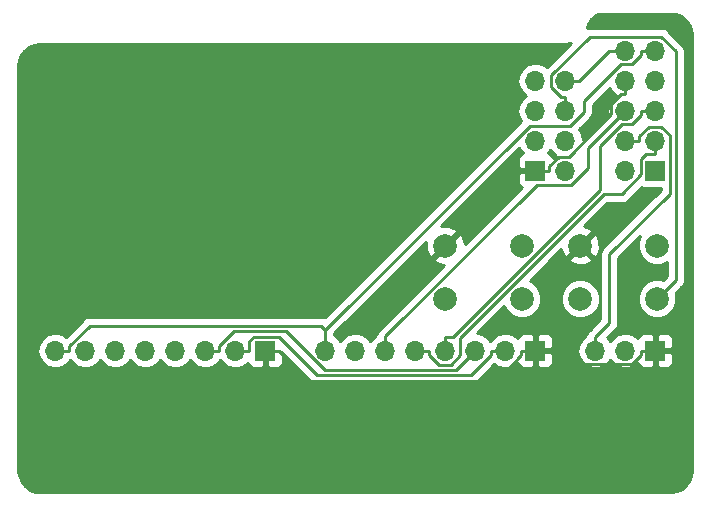
<source format=gbr>
G04 #@! TF.GenerationSoftware,KiCad,Pcbnew,5.0.2+dfsg1-1*
G04 #@! TF.CreationDate,2020-10-09T16:27:47-03:00*
G04 #@! TF.ProjectId,esp3d_anet,65737033-645f-4616-9e65-742e6b696361,rev?*
G04 #@! TF.SameCoordinates,Original*
G04 #@! TF.FileFunction,Copper,L1,Top*
G04 #@! TF.FilePolarity,Positive*
%FSLAX46Y46*%
G04 Gerber Fmt 4.6, Leading zero omitted, Abs format (unit mm)*
G04 Created by KiCad (PCBNEW 5.0.2+dfsg1-1) date vie 09 oct 2020 16:27:47 -03*
%MOMM*%
%LPD*%
G01*
G04 APERTURE LIST*
G04 #@! TA.AperFunction,ComponentPad*
%ADD10R,1.700000X1.700000*%
G04 #@! TD*
G04 #@! TA.AperFunction,ComponentPad*
%ADD11O,1.700000X1.700000*%
G04 #@! TD*
G04 #@! TA.AperFunction,ComponentPad*
%ADD12C,2.000000*%
G04 #@! TD*
G04 #@! TA.AperFunction,Conductor*
%ADD13C,0.250000*%
G04 #@! TD*
G04 #@! TA.AperFunction,Conductor*
%ADD14C,0.254000*%
G04 #@! TD*
G04 APERTURE END LIST*
D10*
G04 #@! TO.P,ESP-01,1*
G04 #@! TO.N,GND*
X80010000Y-58420000D03*
D11*
G04 #@! TO.P,ESP-01,2*
G04 #@! TO.N,ESP_TX*
X82550000Y-58420000D03*
G04 #@! TO.P,ESP-01,3*
G04 #@! TO.N,LED_OUT*
X80010000Y-55880000D03*
G04 #@! TO.P,ESP-01,4*
G04 #@! TO.N,3V3*
X82550000Y-55880000D03*
G04 #@! TO.P,ESP-01,5*
G04 #@! TO.N,BOOT_MODE*
X80010000Y-53340000D03*
G04 #@! TO.P,ESP-01,6*
G04 #@! TO.N,RESET*
X82550000Y-53340000D03*
G04 #@! TO.P,ESP-01,7*
G04 #@! TO.N,ESP_RX*
X80010000Y-50800000D03*
G04 #@! TO.P,ESP-01,8*
G04 #@! TO.N,3V3*
X82550000Y-50800000D03*
G04 #@! TD*
D10*
G04 #@! TO.P,3D PRINTER,1*
G04 #@! TO.N,ESP_TX*
X90170000Y-58420000D03*
D11*
G04 #@! TO.P,3D PRINTER,2*
G04 #@! TO.N,ESP_RX*
X87630000Y-58420000D03*
G04 #@! TO.P,3D PRINTER,3*
G04 #@! TO.N,3D_MISO*
X90170000Y-55880000D03*
G04 #@! TO.P,3D PRINTER,4*
G04 #@! TO.N,5V*
X87630000Y-55880000D03*
G04 #@! TO.P,3D PRINTER,5*
G04 #@! TO.N,3D_SCK*
X90170000Y-53340000D03*
G04 #@! TO.P,3D PRINTER,6*
G04 #@! TO.N,3D_MOSI*
X87630000Y-53340000D03*
G04 #@! TO.P,3D PRINTER,7*
G04 #@! TO.N,3D_RESET*
X90170000Y-50800000D03*
G04 #@! TO.P,3D PRINTER,8*
G04 #@! TO.N,GND*
X87630000Y-50800000D03*
G04 #@! TO.P,3D PRINTER,9*
G04 #@! TO.N,3D_FAN*
X90170000Y-48260000D03*
G04 #@! TO.P,3D PRINTER,10*
G04 #@! TO.N,3V3*
X87630000Y-48260000D03*
G04 #@! TD*
D10*
G04 #@! TO.P,LED STRIP,1*
G04 #@! TO.N,GND*
X90170000Y-73660000D03*
D11*
G04 #@! TO.P,LED STRIP,2*
G04 #@! TO.N,LED_OUT*
X87630000Y-73660000D03*
G04 #@! TO.P,LED STRIP,3*
G04 #@! TO.N,5V*
X85090000Y-73660000D03*
G04 #@! TD*
D10*
G04 #@! TO.P,1 - FAN & SPI,1*
G04 #@! TO.N,GND*
X57150000Y-73660000D03*
D11*
G04 #@! TO.P,1 - FAN & SPI,2*
G04 #@! TO.N,3V3*
X54610000Y-73660000D03*
G04 #@! TO.P,1 - FAN & SPI,3*
G04 #@! TO.N,5V*
X52070000Y-73660000D03*
G04 #@! TO.P,1 - FAN & SPI,4*
G04 #@! TO.N,3D_SCK*
X49530000Y-73660000D03*
G04 #@! TO.P,1 - FAN & SPI,5*
G04 #@! TO.N,3D_MISO*
X46990000Y-73660000D03*
G04 #@! TO.P,1 - FAN & SPI,6*
G04 #@! TO.N,3D_MOSI*
X44450000Y-73660000D03*
G04 #@! TO.P,1 - FAN & SPI,7*
G04 #@! TO.N,3D_RESET*
X41910000Y-73660000D03*
G04 #@! TO.P,1 - FAN & SPI,8*
G04 #@! TO.N,3D_FAN*
X39370000Y-73660000D03*
G04 #@! TD*
G04 #@! TO.P,2 - FAN & SPI,8*
G04 #@! TO.N,3D_FAN*
X62230000Y-73660000D03*
G04 #@! TO.P,2 - FAN & SPI,7*
G04 #@! TO.N,3D_RESET*
X64770000Y-73660000D03*
G04 #@! TO.P,2 - FAN & SPI,6*
G04 #@! TO.N,3D_MOSI*
X67310000Y-73660000D03*
G04 #@! TO.P,2 - FAN & SPI,5*
G04 #@! TO.N,3D_MISO*
X69850000Y-73660000D03*
G04 #@! TO.P,2 - FAN & SPI,4*
G04 #@! TO.N,3D_SCK*
X72390000Y-73660000D03*
G04 #@! TO.P,2 - FAN & SPI,3*
G04 #@! TO.N,5V*
X74930000Y-73660000D03*
G04 #@! TO.P,2 - FAN & SPI,2*
G04 #@! TO.N,3V3*
X77470000Y-73660000D03*
D10*
G04 #@! TO.P,2 - FAN & SPI,1*
G04 #@! TO.N,GND*
X80010000Y-73660000D03*
G04 #@! TD*
D12*
G04 #@! TO.P,UPLOAD MODE,3*
G04 #@! TO.N,N/C*
X78890000Y-64770000D03*
G04 #@! TO.P,UPLOAD MODE,2*
G04 #@! TO.N,BOOT_MODE*
X78890000Y-69270000D03*
G04 #@! TO.P,UPLOAD MODE,1*
G04 #@! TO.N,GND*
X72390000Y-64770000D03*
G04 #@! TO.P,UPLOAD MODE,4*
G04 #@! TO.N,N/C*
X72390000Y-69270000D03*
G04 #@! TD*
G04 #@! TO.P,RESET,4*
G04 #@! TO.N,N/C*
X83820000Y-69270000D03*
G04 #@! TO.P,RESET,1*
G04 #@! TO.N,GND*
X83820000Y-64770000D03*
G04 #@! TO.P,RESET,2*
G04 #@! TO.N,RESET*
X90320000Y-69270000D03*
G04 #@! TO.P,RESET,3*
G04 #@! TO.N,N/C*
X90320000Y-64770000D03*
G04 #@! TD*
D13*
G04 #@! TO.N,GND*
X58325300Y-73660000D02*
X60873300Y-76208000D01*
X60873300Y-76208000D02*
X76654000Y-76208000D01*
X76654000Y-76208000D02*
X78834700Y-74027300D01*
X78834700Y-74027300D02*
X78834700Y-73660000D01*
X80010000Y-58420000D02*
X81185300Y-58420000D01*
X81185300Y-58420000D02*
X81185300Y-58052600D01*
X81185300Y-58052600D02*
X81993200Y-57244700D01*
X81993200Y-57244700D02*
X82848000Y-57244700D01*
X82848000Y-57244700D02*
X86454700Y-53638000D01*
X86454700Y-53638000D02*
X86454700Y-52783200D01*
X86454700Y-52783200D02*
X87262600Y-51975300D01*
X87262600Y-51975300D02*
X87630000Y-51975300D01*
X80010000Y-58420000D02*
X78740000Y-58420000D01*
X78740000Y-58420000D02*
X72390000Y-64770000D01*
X87630000Y-50800000D02*
X87630000Y-51975300D01*
X80010000Y-73660000D02*
X78834700Y-73660000D01*
X57150000Y-73660000D02*
X58325300Y-73660000D01*
X90170000Y-73660000D02*
X88994700Y-73660000D01*
X80010000Y-73660000D02*
X81185300Y-73660000D01*
X81185300Y-73660000D02*
X82360600Y-74835300D01*
X82360600Y-74835300D02*
X88186800Y-74835300D01*
X88186800Y-74835300D02*
X88994700Y-74027400D01*
X88994700Y-74027400D02*
X88994700Y-73660000D01*
G04 #@! TO.N,3V3*
X55785300Y-73660000D02*
X55785300Y-72852000D01*
X55785300Y-72852000D02*
X56152700Y-72484600D01*
X56152700Y-72484600D02*
X58264700Y-72484600D01*
X58264700Y-72484600D02*
X61537800Y-75757700D01*
X61537800Y-75757700D02*
X74551200Y-75757700D01*
X74551200Y-75757700D02*
X76294700Y-74014200D01*
X76294700Y-74014200D02*
X76294700Y-73660000D01*
X82550000Y-50800000D02*
X83725300Y-50800000D01*
X83725300Y-50800000D02*
X86265300Y-48260000D01*
X86265300Y-48260000D02*
X87630000Y-48260000D01*
X54610000Y-73660000D02*
X55785300Y-73660000D01*
X77470000Y-73660000D02*
X76294700Y-73660000D01*
G04 #@! TO.N,RESET*
X82550000Y-53340000D02*
X82550000Y-52164700D01*
X90320000Y-69270000D02*
X91893300Y-67696700D01*
X91893300Y-67696700D02*
X91893300Y-48311100D01*
X91893300Y-48311100D02*
X90658100Y-47075900D01*
X90658100Y-47075900D02*
X84611800Y-47075900D01*
X84611800Y-47075900D02*
X81374700Y-50313000D01*
X81374700Y-50313000D02*
X81374700Y-51356800D01*
X81374700Y-51356800D02*
X82182600Y-52164700D01*
X82182600Y-52164700D02*
X82550000Y-52164700D01*
G04 #@! TO.N,3D_MISO*
X90170000Y-55880000D02*
X90170000Y-57055300D01*
X69850000Y-73660000D02*
X71025300Y-73660000D01*
X71025300Y-73660000D02*
X71025300Y-74027300D01*
X71025300Y-74027300D02*
X71852900Y-74854900D01*
X71852900Y-74854900D02*
X72861500Y-74854900D01*
X72861500Y-74854900D02*
X73660000Y-74056400D01*
X73660000Y-74056400D02*
X73660000Y-72558900D01*
X73660000Y-72558900D02*
X85788000Y-60430900D01*
X85788000Y-60430900D02*
X87313000Y-60430900D01*
X87313000Y-60430900D02*
X88994700Y-58749200D01*
X88994700Y-58749200D02*
X88994700Y-57422500D01*
X88994700Y-57422500D02*
X89361900Y-57055300D01*
X89361900Y-57055300D02*
X90170000Y-57055300D01*
G04 #@! TO.N,5V*
X52070000Y-73660000D02*
X53245300Y-73660000D01*
X74930000Y-73660000D02*
X73282700Y-75307300D01*
X73282700Y-75307300D02*
X62165400Y-75307300D01*
X62165400Y-75307300D02*
X58882000Y-72023900D01*
X58882000Y-72023900D02*
X54514100Y-72023900D01*
X54514100Y-72023900D02*
X53245300Y-73292700D01*
X53245300Y-73292700D02*
X53245300Y-73660000D01*
X87630000Y-55880000D02*
X88805300Y-55880000D01*
X85090000Y-73660000D02*
X85090000Y-72484700D01*
X85090000Y-72484700D02*
X86265300Y-71309400D01*
X86265300Y-71309400D02*
X86265300Y-65510800D01*
X86265300Y-65510800D02*
X91388100Y-60388000D01*
X91388100Y-60388000D02*
X91388100Y-55432200D01*
X91388100Y-55432200D02*
X90660600Y-54704700D01*
X90660600Y-54704700D02*
X89613200Y-54704700D01*
X89613200Y-54704700D02*
X88805300Y-55512600D01*
X88805300Y-55512600D02*
X88805300Y-55880000D01*
G04 #@! TO.N,3D_SCK*
X90170000Y-53340000D02*
X88994700Y-53340000D01*
X72390000Y-73660000D02*
X72390000Y-72484700D01*
X72390000Y-72484700D02*
X73051100Y-72484700D01*
X73051100Y-72484700D02*
X85507600Y-60028200D01*
X85507600Y-60028200D02*
X85507600Y-56336000D01*
X85507600Y-56336000D02*
X87328300Y-54515300D01*
X87328300Y-54515300D02*
X88186800Y-54515300D01*
X88186800Y-54515300D02*
X88994700Y-53707400D01*
X88994700Y-53707400D02*
X88994700Y-53340000D01*
G04 #@! TO.N,3D_MOSI*
X67310000Y-73660000D02*
X67310000Y-72462300D01*
X67310000Y-72462300D02*
X80125700Y-59646600D01*
X80125700Y-59646600D02*
X83021300Y-59646600D01*
X83021300Y-59646600D02*
X84428800Y-58239100D01*
X84428800Y-58239100D02*
X84428800Y-56541200D01*
X84428800Y-56541200D02*
X87630000Y-53340000D01*
G04 #@! TO.N,3D_FAN*
X62230000Y-71899700D02*
X62230000Y-73660000D01*
X88994700Y-48260000D02*
X88994700Y-48627400D01*
X88994700Y-48627400D02*
X88186800Y-49435300D01*
X88186800Y-49435300D02*
X87235200Y-49435300D01*
X87235200Y-49435300D02*
X84119400Y-52551100D01*
X84119400Y-52551100D02*
X84119400Y-53433200D01*
X84119400Y-53433200D02*
X82942600Y-54610000D01*
X82942600Y-54610000D02*
X79519700Y-54610000D01*
X79519700Y-54610000D02*
X62230000Y-71899700D01*
X62230000Y-71899700D02*
X61903800Y-71573500D01*
X61903800Y-71573500D02*
X42264500Y-71573500D01*
X42264500Y-71573500D02*
X40545300Y-73292700D01*
X40545300Y-73292700D02*
X40545300Y-73660000D01*
X39370000Y-73660000D02*
X40545300Y-73660000D01*
X90170000Y-48260000D02*
X88994700Y-48260000D01*
G04 #@! TD*
D14*
G04 #@! TO.N,GND*
G36*
X91899967Y-45198552D02*
X92331029Y-45369222D01*
X92706108Y-45641732D01*
X93001633Y-45998960D01*
X93199032Y-46418454D01*
X93292019Y-46905913D01*
X93295001Y-47000792D01*
X93295000Y-83776907D01*
X93231448Y-84279967D01*
X93060777Y-84711031D01*
X92788267Y-85086109D01*
X92431040Y-85381633D01*
X92011546Y-85579032D01*
X91524087Y-85672019D01*
X91429240Y-85675000D01*
X38143093Y-85675000D01*
X37640033Y-85611448D01*
X37208969Y-85440777D01*
X36833891Y-85168267D01*
X36538367Y-84811040D01*
X36340968Y-84391546D01*
X36247981Y-83904087D01*
X36245000Y-83809240D01*
X36245000Y-49573101D01*
X36308552Y-49070033D01*
X36479222Y-48638971D01*
X36751732Y-48263892D01*
X37108960Y-47968367D01*
X37528454Y-47770968D01*
X38015913Y-47677981D01*
X38110760Y-47675000D01*
X82617462Y-47675000D01*
X82646953Y-47669134D01*
X82830234Y-47653099D01*
X82916680Y-47629936D01*
X82997152Y-47615747D01*
X80962472Y-49650427D01*
X80589418Y-49401161D01*
X80156256Y-49315000D01*
X79863744Y-49315000D01*
X79430582Y-49401161D01*
X78939375Y-49729375D01*
X78611161Y-50220582D01*
X78495908Y-50800000D01*
X78611161Y-51379418D01*
X78939375Y-51870625D01*
X79237761Y-52070000D01*
X78939375Y-52269375D01*
X78611161Y-52760582D01*
X78495908Y-53340000D01*
X78611161Y-53919418D01*
X78821174Y-54233724D01*
X62197806Y-70857093D01*
X61978652Y-70813500D01*
X61978647Y-70813500D01*
X61903800Y-70798612D01*
X61828953Y-70813500D01*
X42339347Y-70813500D01*
X42264500Y-70798612D01*
X42189653Y-70813500D01*
X42189648Y-70813500D01*
X41967963Y-70857596D01*
X41716571Y-71025571D01*
X41674171Y-71089027D01*
X40280689Y-72482509D01*
X39949418Y-72261161D01*
X39516256Y-72175000D01*
X39223744Y-72175000D01*
X38790582Y-72261161D01*
X38299375Y-72589375D01*
X37971161Y-73080582D01*
X37855908Y-73660000D01*
X37971161Y-74239418D01*
X38299375Y-74730625D01*
X38790582Y-75058839D01*
X39223744Y-75145000D01*
X39516256Y-75145000D01*
X39949418Y-75058839D01*
X40440625Y-74730625D01*
X40640000Y-74432239D01*
X40839375Y-74730625D01*
X41330582Y-75058839D01*
X41763744Y-75145000D01*
X42056256Y-75145000D01*
X42489418Y-75058839D01*
X42980625Y-74730625D01*
X43180000Y-74432239D01*
X43379375Y-74730625D01*
X43870582Y-75058839D01*
X44303744Y-75145000D01*
X44596256Y-75145000D01*
X45029418Y-75058839D01*
X45520625Y-74730625D01*
X45720000Y-74432239D01*
X45919375Y-74730625D01*
X46410582Y-75058839D01*
X46843744Y-75145000D01*
X47136256Y-75145000D01*
X47569418Y-75058839D01*
X48060625Y-74730625D01*
X48260000Y-74432239D01*
X48459375Y-74730625D01*
X48950582Y-75058839D01*
X49383744Y-75145000D01*
X49676256Y-75145000D01*
X50109418Y-75058839D01*
X50600625Y-74730625D01*
X50800000Y-74432239D01*
X50999375Y-74730625D01*
X51490582Y-75058839D01*
X51923744Y-75145000D01*
X52216256Y-75145000D01*
X52649418Y-75058839D01*
X53140625Y-74730625D01*
X53340000Y-74432239D01*
X53539375Y-74730625D01*
X54030582Y-75058839D01*
X54463744Y-75145000D01*
X54756256Y-75145000D01*
X55189418Y-75058839D01*
X55680625Y-74730625D01*
X55695096Y-74708967D01*
X55761673Y-74869698D01*
X55940301Y-75048327D01*
X56173690Y-75145000D01*
X56864250Y-75145000D01*
X57023000Y-74986250D01*
X57023000Y-73787000D01*
X57003000Y-73787000D01*
X57003000Y-73533000D01*
X57023000Y-73533000D01*
X57023000Y-73513000D01*
X57277000Y-73513000D01*
X57277000Y-73533000D01*
X57297000Y-73533000D01*
X57297000Y-73787000D01*
X57277000Y-73787000D01*
X57277000Y-74986250D01*
X57435750Y-75145000D01*
X58126310Y-75145000D01*
X58359699Y-75048327D01*
X58538327Y-74869698D01*
X58635000Y-74636309D01*
X58635000Y-73945750D01*
X58476252Y-73787002D01*
X58492301Y-73787002D01*
X60947473Y-76242176D01*
X60989871Y-76305629D01*
X61053324Y-76348027D01*
X61053326Y-76348029D01*
X61178702Y-76431802D01*
X61241263Y-76473604D01*
X61462948Y-76517700D01*
X61462952Y-76517700D01*
X61537799Y-76532588D01*
X61612646Y-76517700D01*
X74476353Y-76517700D01*
X74551200Y-76532588D01*
X74626047Y-76517700D01*
X74626052Y-76517700D01*
X74847737Y-76473604D01*
X75099129Y-76305629D01*
X75141531Y-76242170D01*
X76551459Y-74832244D01*
X76890582Y-75058839D01*
X77323744Y-75145000D01*
X77616256Y-75145000D01*
X78049418Y-75058839D01*
X78540625Y-74730625D01*
X78555096Y-74708967D01*
X78621673Y-74869698D01*
X78800301Y-75048327D01*
X79033690Y-75145000D01*
X79724250Y-75145000D01*
X79883000Y-74986250D01*
X79883000Y-73787000D01*
X80137000Y-73787000D01*
X80137000Y-74986250D01*
X80295750Y-75145000D01*
X80986310Y-75145000D01*
X81219699Y-75048327D01*
X81398327Y-74869698D01*
X81495000Y-74636309D01*
X81495000Y-73945750D01*
X81336250Y-73787000D01*
X80137000Y-73787000D01*
X79883000Y-73787000D01*
X79863000Y-73787000D01*
X79863000Y-73533000D01*
X79883000Y-73533000D01*
X79883000Y-72333750D01*
X80137000Y-72333750D01*
X80137000Y-73533000D01*
X81336250Y-73533000D01*
X81495000Y-73374250D01*
X81495000Y-72683691D01*
X81398327Y-72450302D01*
X81219699Y-72271673D01*
X80986310Y-72175000D01*
X80295750Y-72175000D01*
X80137000Y-72333750D01*
X79883000Y-72333750D01*
X79724250Y-72175000D01*
X79033690Y-72175000D01*
X78800301Y-72271673D01*
X78621673Y-72450302D01*
X78555096Y-72611033D01*
X78540625Y-72589375D01*
X78049418Y-72261161D01*
X77616256Y-72175000D01*
X77323744Y-72175000D01*
X76890582Y-72261161D01*
X76399375Y-72589375D01*
X76200000Y-72887761D01*
X76000625Y-72589375D01*
X75509418Y-72261161D01*
X75111659Y-72182042D01*
X77384892Y-69908809D01*
X77503914Y-70196153D01*
X77963847Y-70656086D01*
X78564778Y-70905000D01*
X79215222Y-70905000D01*
X79816153Y-70656086D01*
X80276086Y-70196153D01*
X80525000Y-69595222D01*
X80525000Y-68944778D01*
X82185000Y-68944778D01*
X82185000Y-69595222D01*
X82433914Y-70196153D01*
X82893847Y-70656086D01*
X83494778Y-70905000D01*
X84145222Y-70905000D01*
X84746153Y-70656086D01*
X85206086Y-70196153D01*
X85455000Y-69595222D01*
X85455000Y-68944778D01*
X85206086Y-68343847D01*
X84746153Y-67883914D01*
X84145222Y-67635000D01*
X83494778Y-67635000D01*
X82893847Y-67883914D01*
X82433914Y-68343847D01*
X82185000Y-68944778D01*
X80525000Y-68944778D01*
X80276086Y-68343847D01*
X79816153Y-67883914D01*
X79528809Y-67764892D01*
X81371169Y-65922532D01*
X82847073Y-65922532D01*
X82945736Y-66189387D01*
X83555461Y-66415908D01*
X84205460Y-66391856D01*
X84694264Y-66189387D01*
X84792927Y-65922532D01*
X83820000Y-64949605D01*
X82847073Y-65922532D01*
X81371169Y-65922532D01*
X82196007Y-65097695D01*
X82198144Y-65155460D01*
X82400613Y-65644264D01*
X82667468Y-65742927D01*
X83640395Y-64770000D01*
X83999605Y-64770000D01*
X84972532Y-65742927D01*
X85239387Y-65644264D01*
X85465908Y-65034539D01*
X85441856Y-64384540D01*
X85239387Y-63895736D01*
X84972532Y-63797073D01*
X83999605Y-64770000D01*
X83640395Y-64770000D01*
X83626253Y-64755858D01*
X83805858Y-64576253D01*
X83820000Y-64590395D01*
X84792927Y-63617468D01*
X84694264Y-63350613D01*
X84146566Y-63147136D01*
X86102802Y-61190900D01*
X87238153Y-61190900D01*
X87313000Y-61205788D01*
X87387847Y-61190900D01*
X87387852Y-61190900D01*
X87609537Y-61146804D01*
X87860929Y-60978829D01*
X87903331Y-60915370D01*
X88999287Y-59819414D01*
X89072235Y-59868157D01*
X89320000Y-59917440D01*
X90628100Y-59917440D01*
X90628100Y-60073198D01*
X85780828Y-64920471D01*
X85717372Y-64962871D01*
X85674972Y-65026327D01*
X85674971Y-65026328D01*
X85549397Y-65214263D01*
X85490412Y-65510800D01*
X85505301Y-65585652D01*
X85505300Y-70994598D01*
X84605528Y-71894371D01*
X84542072Y-71936771D01*
X84499672Y-72000227D01*
X84499671Y-72000228D01*
X84374097Y-72188163D01*
X84336430Y-72377525D01*
X84019375Y-72589375D01*
X83691161Y-73080582D01*
X83575908Y-73660000D01*
X83691161Y-74239418D01*
X84019375Y-74730625D01*
X84510582Y-75058839D01*
X84943744Y-75145000D01*
X85236256Y-75145000D01*
X85669418Y-75058839D01*
X86160625Y-74730625D01*
X86360000Y-74432239D01*
X86559375Y-74730625D01*
X87050582Y-75058839D01*
X87483744Y-75145000D01*
X87776256Y-75145000D01*
X88209418Y-75058839D01*
X88700625Y-74730625D01*
X88715096Y-74708967D01*
X88781673Y-74869698D01*
X88960301Y-75048327D01*
X89193690Y-75145000D01*
X89884250Y-75145000D01*
X90043000Y-74986250D01*
X90043000Y-73787000D01*
X90297000Y-73787000D01*
X90297000Y-74986250D01*
X90455750Y-75145000D01*
X91146310Y-75145000D01*
X91379699Y-75048327D01*
X91558327Y-74869698D01*
X91655000Y-74636309D01*
X91655000Y-73945750D01*
X91496250Y-73787000D01*
X90297000Y-73787000D01*
X90043000Y-73787000D01*
X90023000Y-73787000D01*
X90023000Y-73533000D01*
X90043000Y-73533000D01*
X90043000Y-72333750D01*
X90297000Y-72333750D01*
X90297000Y-73533000D01*
X91496250Y-73533000D01*
X91655000Y-73374250D01*
X91655000Y-72683691D01*
X91558327Y-72450302D01*
X91379699Y-72271673D01*
X91146310Y-72175000D01*
X90455750Y-72175000D01*
X90297000Y-72333750D01*
X90043000Y-72333750D01*
X89884250Y-72175000D01*
X89193690Y-72175000D01*
X88960301Y-72271673D01*
X88781673Y-72450302D01*
X88715096Y-72611033D01*
X88700625Y-72589375D01*
X88209418Y-72261161D01*
X87776256Y-72175000D01*
X87483744Y-72175000D01*
X87050582Y-72261161D01*
X86559375Y-72589375D01*
X86360000Y-72887761D01*
X86160625Y-72589375D01*
X86100380Y-72549121D01*
X86749773Y-71899729D01*
X86813229Y-71857329D01*
X86981204Y-71605937D01*
X87025300Y-71384252D01*
X87025300Y-71384248D01*
X87040188Y-71309401D01*
X87025300Y-71234554D01*
X87025300Y-65825601D01*
X88882196Y-63968706D01*
X88685000Y-64444778D01*
X88685000Y-65095222D01*
X88933914Y-65696153D01*
X89393847Y-66156086D01*
X89994778Y-66405000D01*
X90645222Y-66405000D01*
X91133300Y-66202831D01*
X91133300Y-67381898D01*
X90811375Y-67703823D01*
X90645222Y-67635000D01*
X89994778Y-67635000D01*
X89393847Y-67883914D01*
X88933914Y-68343847D01*
X88685000Y-68944778D01*
X88685000Y-69595222D01*
X88933914Y-70196153D01*
X89393847Y-70656086D01*
X89994778Y-70905000D01*
X90645222Y-70905000D01*
X91246153Y-70656086D01*
X91706086Y-70196153D01*
X91955000Y-69595222D01*
X91955000Y-68944778D01*
X91886177Y-68778625D01*
X92377773Y-68287029D01*
X92441229Y-68244629D01*
X92609204Y-67993237D01*
X92653300Y-67771552D01*
X92653300Y-67771548D01*
X92668188Y-67696701D01*
X92653300Y-67621854D01*
X92653300Y-48385948D01*
X92668188Y-48311100D01*
X92653300Y-48236252D01*
X92653300Y-48236248D01*
X92609204Y-48014563D01*
X92441229Y-47763171D01*
X92377773Y-47720771D01*
X91248431Y-46591430D01*
X91206029Y-46527971D01*
X90954637Y-46359996D01*
X90732952Y-46315900D01*
X90732947Y-46315900D01*
X90658100Y-46301012D01*
X90583253Y-46315900D01*
X84686648Y-46315900D01*
X84611800Y-46301012D01*
X84536952Y-46315900D01*
X84536948Y-46315900D01*
X84392010Y-46344730D01*
X84418003Y-46273316D01*
X84418003Y-46273314D01*
X84469889Y-45979051D01*
X84721988Y-45597665D01*
X85111457Y-45237834D01*
X85281255Y-45135000D01*
X91396899Y-45135000D01*
X91899967Y-45198552D01*
X91899967Y-45198552D01*
G37*
X91899967Y-45198552D02*
X92331029Y-45369222D01*
X92706108Y-45641732D01*
X93001633Y-45998960D01*
X93199032Y-46418454D01*
X93292019Y-46905913D01*
X93295001Y-47000792D01*
X93295000Y-83776907D01*
X93231448Y-84279967D01*
X93060777Y-84711031D01*
X92788267Y-85086109D01*
X92431040Y-85381633D01*
X92011546Y-85579032D01*
X91524087Y-85672019D01*
X91429240Y-85675000D01*
X38143093Y-85675000D01*
X37640033Y-85611448D01*
X37208969Y-85440777D01*
X36833891Y-85168267D01*
X36538367Y-84811040D01*
X36340968Y-84391546D01*
X36247981Y-83904087D01*
X36245000Y-83809240D01*
X36245000Y-49573101D01*
X36308552Y-49070033D01*
X36479222Y-48638971D01*
X36751732Y-48263892D01*
X37108960Y-47968367D01*
X37528454Y-47770968D01*
X38015913Y-47677981D01*
X38110760Y-47675000D01*
X82617462Y-47675000D01*
X82646953Y-47669134D01*
X82830234Y-47653099D01*
X82916680Y-47629936D01*
X82997152Y-47615747D01*
X80962472Y-49650427D01*
X80589418Y-49401161D01*
X80156256Y-49315000D01*
X79863744Y-49315000D01*
X79430582Y-49401161D01*
X78939375Y-49729375D01*
X78611161Y-50220582D01*
X78495908Y-50800000D01*
X78611161Y-51379418D01*
X78939375Y-51870625D01*
X79237761Y-52070000D01*
X78939375Y-52269375D01*
X78611161Y-52760582D01*
X78495908Y-53340000D01*
X78611161Y-53919418D01*
X78821174Y-54233724D01*
X62197806Y-70857093D01*
X61978652Y-70813500D01*
X61978647Y-70813500D01*
X61903800Y-70798612D01*
X61828953Y-70813500D01*
X42339347Y-70813500D01*
X42264500Y-70798612D01*
X42189653Y-70813500D01*
X42189648Y-70813500D01*
X41967963Y-70857596D01*
X41716571Y-71025571D01*
X41674171Y-71089027D01*
X40280689Y-72482509D01*
X39949418Y-72261161D01*
X39516256Y-72175000D01*
X39223744Y-72175000D01*
X38790582Y-72261161D01*
X38299375Y-72589375D01*
X37971161Y-73080582D01*
X37855908Y-73660000D01*
X37971161Y-74239418D01*
X38299375Y-74730625D01*
X38790582Y-75058839D01*
X39223744Y-75145000D01*
X39516256Y-75145000D01*
X39949418Y-75058839D01*
X40440625Y-74730625D01*
X40640000Y-74432239D01*
X40839375Y-74730625D01*
X41330582Y-75058839D01*
X41763744Y-75145000D01*
X42056256Y-75145000D01*
X42489418Y-75058839D01*
X42980625Y-74730625D01*
X43180000Y-74432239D01*
X43379375Y-74730625D01*
X43870582Y-75058839D01*
X44303744Y-75145000D01*
X44596256Y-75145000D01*
X45029418Y-75058839D01*
X45520625Y-74730625D01*
X45720000Y-74432239D01*
X45919375Y-74730625D01*
X46410582Y-75058839D01*
X46843744Y-75145000D01*
X47136256Y-75145000D01*
X47569418Y-75058839D01*
X48060625Y-74730625D01*
X48260000Y-74432239D01*
X48459375Y-74730625D01*
X48950582Y-75058839D01*
X49383744Y-75145000D01*
X49676256Y-75145000D01*
X50109418Y-75058839D01*
X50600625Y-74730625D01*
X50800000Y-74432239D01*
X50999375Y-74730625D01*
X51490582Y-75058839D01*
X51923744Y-75145000D01*
X52216256Y-75145000D01*
X52649418Y-75058839D01*
X53140625Y-74730625D01*
X53340000Y-74432239D01*
X53539375Y-74730625D01*
X54030582Y-75058839D01*
X54463744Y-75145000D01*
X54756256Y-75145000D01*
X55189418Y-75058839D01*
X55680625Y-74730625D01*
X55695096Y-74708967D01*
X55761673Y-74869698D01*
X55940301Y-75048327D01*
X56173690Y-75145000D01*
X56864250Y-75145000D01*
X57023000Y-74986250D01*
X57023000Y-73787000D01*
X57003000Y-73787000D01*
X57003000Y-73533000D01*
X57023000Y-73533000D01*
X57023000Y-73513000D01*
X57277000Y-73513000D01*
X57277000Y-73533000D01*
X57297000Y-73533000D01*
X57297000Y-73787000D01*
X57277000Y-73787000D01*
X57277000Y-74986250D01*
X57435750Y-75145000D01*
X58126310Y-75145000D01*
X58359699Y-75048327D01*
X58538327Y-74869698D01*
X58635000Y-74636309D01*
X58635000Y-73945750D01*
X58476252Y-73787002D01*
X58492301Y-73787002D01*
X60947473Y-76242176D01*
X60989871Y-76305629D01*
X61053324Y-76348027D01*
X61053326Y-76348029D01*
X61178702Y-76431802D01*
X61241263Y-76473604D01*
X61462948Y-76517700D01*
X61462952Y-76517700D01*
X61537799Y-76532588D01*
X61612646Y-76517700D01*
X74476353Y-76517700D01*
X74551200Y-76532588D01*
X74626047Y-76517700D01*
X74626052Y-76517700D01*
X74847737Y-76473604D01*
X75099129Y-76305629D01*
X75141531Y-76242170D01*
X76551459Y-74832244D01*
X76890582Y-75058839D01*
X77323744Y-75145000D01*
X77616256Y-75145000D01*
X78049418Y-75058839D01*
X78540625Y-74730625D01*
X78555096Y-74708967D01*
X78621673Y-74869698D01*
X78800301Y-75048327D01*
X79033690Y-75145000D01*
X79724250Y-75145000D01*
X79883000Y-74986250D01*
X79883000Y-73787000D01*
X80137000Y-73787000D01*
X80137000Y-74986250D01*
X80295750Y-75145000D01*
X80986310Y-75145000D01*
X81219699Y-75048327D01*
X81398327Y-74869698D01*
X81495000Y-74636309D01*
X81495000Y-73945750D01*
X81336250Y-73787000D01*
X80137000Y-73787000D01*
X79883000Y-73787000D01*
X79863000Y-73787000D01*
X79863000Y-73533000D01*
X79883000Y-73533000D01*
X79883000Y-72333750D01*
X80137000Y-72333750D01*
X80137000Y-73533000D01*
X81336250Y-73533000D01*
X81495000Y-73374250D01*
X81495000Y-72683691D01*
X81398327Y-72450302D01*
X81219699Y-72271673D01*
X80986310Y-72175000D01*
X80295750Y-72175000D01*
X80137000Y-72333750D01*
X79883000Y-72333750D01*
X79724250Y-72175000D01*
X79033690Y-72175000D01*
X78800301Y-72271673D01*
X78621673Y-72450302D01*
X78555096Y-72611033D01*
X78540625Y-72589375D01*
X78049418Y-72261161D01*
X77616256Y-72175000D01*
X77323744Y-72175000D01*
X76890582Y-72261161D01*
X76399375Y-72589375D01*
X76200000Y-72887761D01*
X76000625Y-72589375D01*
X75509418Y-72261161D01*
X75111659Y-72182042D01*
X77384892Y-69908809D01*
X77503914Y-70196153D01*
X77963847Y-70656086D01*
X78564778Y-70905000D01*
X79215222Y-70905000D01*
X79816153Y-70656086D01*
X80276086Y-70196153D01*
X80525000Y-69595222D01*
X80525000Y-68944778D01*
X82185000Y-68944778D01*
X82185000Y-69595222D01*
X82433914Y-70196153D01*
X82893847Y-70656086D01*
X83494778Y-70905000D01*
X84145222Y-70905000D01*
X84746153Y-70656086D01*
X85206086Y-70196153D01*
X85455000Y-69595222D01*
X85455000Y-68944778D01*
X85206086Y-68343847D01*
X84746153Y-67883914D01*
X84145222Y-67635000D01*
X83494778Y-67635000D01*
X82893847Y-67883914D01*
X82433914Y-68343847D01*
X82185000Y-68944778D01*
X80525000Y-68944778D01*
X80276086Y-68343847D01*
X79816153Y-67883914D01*
X79528809Y-67764892D01*
X81371169Y-65922532D01*
X82847073Y-65922532D01*
X82945736Y-66189387D01*
X83555461Y-66415908D01*
X84205460Y-66391856D01*
X84694264Y-66189387D01*
X84792927Y-65922532D01*
X83820000Y-64949605D01*
X82847073Y-65922532D01*
X81371169Y-65922532D01*
X82196007Y-65097695D01*
X82198144Y-65155460D01*
X82400613Y-65644264D01*
X82667468Y-65742927D01*
X83640395Y-64770000D01*
X83999605Y-64770000D01*
X84972532Y-65742927D01*
X85239387Y-65644264D01*
X85465908Y-65034539D01*
X85441856Y-64384540D01*
X85239387Y-63895736D01*
X84972532Y-63797073D01*
X83999605Y-64770000D01*
X83640395Y-64770000D01*
X83626253Y-64755858D01*
X83805858Y-64576253D01*
X83820000Y-64590395D01*
X84792927Y-63617468D01*
X84694264Y-63350613D01*
X84146566Y-63147136D01*
X86102802Y-61190900D01*
X87238153Y-61190900D01*
X87313000Y-61205788D01*
X87387847Y-61190900D01*
X87387852Y-61190900D01*
X87609537Y-61146804D01*
X87860929Y-60978829D01*
X87903331Y-60915370D01*
X88999287Y-59819414D01*
X89072235Y-59868157D01*
X89320000Y-59917440D01*
X90628100Y-59917440D01*
X90628100Y-60073198D01*
X85780828Y-64920471D01*
X85717372Y-64962871D01*
X85674972Y-65026327D01*
X85674971Y-65026328D01*
X85549397Y-65214263D01*
X85490412Y-65510800D01*
X85505301Y-65585652D01*
X85505300Y-70994598D01*
X84605528Y-71894371D01*
X84542072Y-71936771D01*
X84499672Y-72000227D01*
X84499671Y-72000228D01*
X84374097Y-72188163D01*
X84336430Y-72377525D01*
X84019375Y-72589375D01*
X83691161Y-73080582D01*
X83575908Y-73660000D01*
X83691161Y-74239418D01*
X84019375Y-74730625D01*
X84510582Y-75058839D01*
X84943744Y-75145000D01*
X85236256Y-75145000D01*
X85669418Y-75058839D01*
X86160625Y-74730625D01*
X86360000Y-74432239D01*
X86559375Y-74730625D01*
X87050582Y-75058839D01*
X87483744Y-75145000D01*
X87776256Y-75145000D01*
X88209418Y-75058839D01*
X88700625Y-74730625D01*
X88715096Y-74708967D01*
X88781673Y-74869698D01*
X88960301Y-75048327D01*
X89193690Y-75145000D01*
X89884250Y-75145000D01*
X90043000Y-74986250D01*
X90043000Y-73787000D01*
X90297000Y-73787000D01*
X90297000Y-74986250D01*
X90455750Y-75145000D01*
X91146310Y-75145000D01*
X91379699Y-75048327D01*
X91558327Y-74869698D01*
X91655000Y-74636309D01*
X91655000Y-73945750D01*
X91496250Y-73787000D01*
X90297000Y-73787000D01*
X90043000Y-73787000D01*
X90023000Y-73787000D01*
X90023000Y-73533000D01*
X90043000Y-73533000D01*
X90043000Y-72333750D01*
X90297000Y-72333750D01*
X90297000Y-73533000D01*
X91496250Y-73533000D01*
X91655000Y-73374250D01*
X91655000Y-72683691D01*
X91558327Y-72450302D01*
X91379699Y-72271673D01*
X91146310Y-72175000D01*
X90455750Y-72175000D01*
X90297000Y-72333750D01*
X90043000Y-72333750D01*
X89884250Y-72175000D01*
X89193690Y-72175000D01*
X88960301Y-72271673D01*
X88781673Y-72450302D01*
X88715096Y-72611033D01*
X88700625Y-72589375D01*
X88209418Y-72261161D01*
X87776256Y-72175000D01*
X87483744Y-72175000D01*
X87050582Y-72261161D01*
X86559375Y-72589375D01*
X86360000Y-72887761D01*
X86160625Y-72589375D01*
X86100380Y-72549121D01*
X86749773Y-71899729D01*
X86813229Y-71857329D01*
X86981204Y-71605937D01*
X87025300Y-71384252D01*
X87025300Y-71384248D01*
X87040188Y-71309401D01*
X87025300Y-71234554D01*
X87025300Y-65825601D01*
X88882196Y-63968706D01*
X88685000Y-64444778D01*
X88685000Y-65095222D01*
X88933914Y-65696153D01*
X89393847Y-66156086D01*
X89994778Y-66405000D01*
X90645222Y-66405000D01*
X91133300Y-66202831D01*
X91133300Y-67381898D01*
X90811375Y-67703823D01*
X90645222Y-67635000D01*
X89994778Y-67635000D01*
X89393847Y-67883914D01*
X88933914Y-68343847D01*
X88685000Y-68944778D01*
X88685000Y-69595222D01*
X88933914Y-70196153D01*
X89393847Y-70656086D01*
X89994778Y-70905000D01*
X90645222Y-70905000D01*
X91246153Y-70656086D01*
X91706086Y-70196153D01*
X91955000Y-69595222D01*
X91955000Y-68944778D01*
X91886177Y-68778625D01*
X92377773Y-68287029D01*
X92441229Y-68244629D01*
X92609204Y-67993237D01*
X92653300Y-67771552D01*
X92653300Y-67771548D01*
X92668188Y-67696701D01*
X92653300Y-67621854D01*
X92653300Y-48385948D01*
X92668188Y-48311100D01*
X92653300Y-48236252D01*
X92653300Y-48236248D01*
X92609204Y-48014563D01*
X92441229Y-47763171D01*
X92377773Y-47720771D01*
X91248431Y-46591430D01*
X91206029Y-46527971D01*
X90954637Y-46359996D01*
X90732952Y-46315900D01*
X90732947Y-46315900D01*
X90658100Y-46301012D01*
X90583253Y-46315900D01*
X84686648Y-46315900D01*
X84611800Y-46301012D01*
X84536952Y-46315900D01*
X84536948Y-46315900D01*
X84392010Y-46344730D01*
X84418003Y-46273316D01*
X84418003Y-46273314D01*
X84469889Y-45979051D01*
X84721988Y-45597665D01*
X85111457Y-45237834D01*
X85281255Y-45135000D01*
X91396899Y-45135000D01*
X91899967Y-45198552D01*
G36*
X78939375Y-56950625D02*
X78961033Y-56965096D01*
X78800302Y-57031673D01*
X78621673Y-57210301D01*
X78525000Y-57443690D01*
X78525000Y-58134250D01*
X78683750Y-58293000D01*
X79883000Y-58293000D01*
X79883000Y-58273000D01*
X80137000Y-58273000D01*
X80137000Y-58293000D01*
X80157000Y-58293000D01*
X80157000Y-58547000D01*
X80137000Y-58547000D01*
X80137000Y-58567000D01*
X79883000Y-58567000D01*
X79883000Y-58547000D01*
X78683750Y-58547000D01*
X78525000Y-58705750D01*
X78525000Y-59396310D01*
X78621673Y-59629699D01*
X78800302Y-59808327D01*
X78863142Y-59834356D01*
X74022600Y-64674898D01*
X74011856Y-64384540D01*
X73809387Y-63895736D01*
X73542532Y-63797073D01*
X72569605Y-64770000D01*
X72583748Y-64784143D01*
X72404143Y-64963748D01*
X72390000Y-64949605D01*
X71417073Y-65922532D01*
X71515736Y-66189387D01*
X72125461Y-66415908D01*
X72287590Y-66409909D01*
X66825528Y-71871971D01*
X66762072Y-71914371D01*
X66719672Y-71977827D01*
X66719671Y-71977828D01*
X66594097Y-72165763D01*
X66551292Y-72380959D01*
X66239375Y-72589375D01*
X66040000Y-72887761D01*
X65840625Y-72589375D01*
X65349418Y-72261161D01*
X64916256Y-72175000D01*
X64623744Y-72175000D01*
X64190582Y-72261161D01*
X63699375Y-72589375D01*
X63500000Y-72887761D01*
X63300625Y-72589375D01*
X62990000Y-72381822D01*
X62990000Y-72214501D01*
X70770723Y-64433778D01*
X70744092Y-64505461D01*
X70768144Y-65155460D01*
X70970613Y-65644264D01*
X71237468Y-65742927D01*
X72210395Y-64770000D01*
X72196253Y-64755858D01*
X72375858Y-64576253D01*
X72390000Y-64590395D01*
X73362927Y-63617468D01*
X73264264Y-63350613D01*
X72654539Y-63124092D01*
X72058349Y-63146153D01*
X78664803Y-56539699D01*
X78939375Y-56950625D01*
X78939375Y-56950625D01*
G37*
X78939375Y-56950625D02*
X78961033Y-56965096D01*
X78800302Y-57031673D01*
X78621673Y-57210301D01*
X78525000Y-57443690D01*
X78525000Y-58134250D01*
X78683750Y-58293000D01*
X79883000Y-58293000D01*
X79883000Y-58273000D01*
X80137000Y-58273000D01*
X80137000Y-58293000D01*
X80157000Y-58293000D01*
X80157000Y-58547000D01*
X80137000Y-58547000D01*
X80137000Y-58567000D01*
X79883000Y-58567000D01*
X79883000Y-58547000D01*
X78683750Y-58547000D01*
X78525000Y-58705750D01*
X78525000Y-59396310D01*
X78621673Y-59629699D01*
X78800302Y-59808327D01*
X78863142Y-59834356D01*
X74022600Y-64674898D01*
X74011856Y-64384540D01*
X73809387Y-63895736D01*
X73542532Y-63797073D01*
X72569605Y-64770000D01*
X72583748Y-64784143D01*
X72404143Y-64963748D01*
X72390000Y-64949605D01*
X71417073Y-65922532D01*
X71515736Y-66189387D01*
X72125461Y-66415908D01*
X72287590Y-66409909D01*
X66825528Y-71871971D01*
X66762072Y-71914371D01*
X66719672Y-71977827D01*
X66719671Y-71977828D01*
X66594097Y-72165763D01*
X66551292Y-72380959D01*
X66239375Y-72589375D01*
X66040000Y-72887761D01*
X65840625Y-72589375D01*
X65349418Y-72261161D01*
X64916256Y-72175000D01*
X64623744Y-72175000D01*
X64190582Y-72261161D01*
X63699375Y-72589375D01*
X63500000Y-72887761D01*
X63300625Y-72589375D01*
X62990000Y-72381822D01*
X62990000Y-72214501D01*
X70770723Y-64433778D01*
X70744092Y-64505461D01*
X70768144Y-65155460D01*
X70970613Y-65644264D01*
X71237468Y-65742927D01*
X72210395Y-64770000D01*
X72196253Y-64755858D01*
X72375858Y-64576253D01*
X72390000Y-64590395D01*
X73362927Y-63617468D01*
X73264264Y-63350613D01*
X72654539Y-63124092D01*
X72058349Y-63146153D01*
X78664803Y-56539699D01*
X78939375Y-56950625D01*
G36*
X81479375Y-56950625D02*
X81777761Y-57150000D01*
X81479375Y-57349375D01*
X81464904Y-57371032D01*
X81398327Y-57210301D01*
X81219698Y-57031673D01*
X81058967Y-56965096D01*
X81080625Y-56950625D01*
X81280000Y-56652239D01*
X81479375Y-56950625D01*
X81479375Y-56950625D01*
G37*
X81479375Y-56950625D02*
X81777761Y-57150000D01*
X81479375Y-57349375D01*
X81464904Y-57371032D01*
X81398327Y-57210301D01*
X81219698Y-57031673D01*
X81058967Y-56965096D01*
X81080625Y-56950625D01*
X81280000Y-56652239D01*
X81479375Y-56950625D01*
G36*
X86358355Y-51566924D02*
X86748642Y-51995183D01*
X86878478Y-52056157D01*
X86559375Y-52269375D01*
X86231161Y-52760582D01*
X86115908Y-53340000D01*
X86188791Y-53706407D01*
X84055980Y-55839219D01*
X83948839Y-55300582D01*
X83699693Y-54927708D01*
X84603873Y-54023529D01*
X84667329Y-53981129D01*
X84835304Y-53729737D01*
X84879400Y-53508052D01*
X84879400Y-53508048D01*
X84894288Y-53433200D01*
X84879400Y-53358352D01*
X84879400Y-52865901D01*
X86305643Y-51439658D01*
X86358355Y-51566924D01*
X86358355Y-51566924D01*
G37*
X86358355Y-51566924D02*
X86748642Y-51995183D01*
X86878478Y-52056157D01*
X86559375Y-52269375D01*
X86231161Y-52760582D01*
X86115908Y-53340000D01*
X86188791Y-53706407D01*
X84055980Y-55839219D01*
X83948839Y-55300582D01*
X83699693Y-54927708D01*
X84603873Y-54023529D01*
X84667329Y-53981129D01*
X84835304Y-53729737D01*
X84879400Y-53508052D01*
X84879400Y-53508048D01*
X84894288Y-53433200D01*
X84879400Y-53358352D01*
X84879400Y-52865901D01*
X86305643Y-51439658D01*
X86358355Y-51566924D01*
G36*
X87757000Y-50673000D02*
X87777000Y-50673000D01*
X87777000Y-50927000D01*
X87757000Y-50927000D01*
X87757000Y-50947000D01*
X87503000Y-50947000D01*
X87503000Y-50927000D01*
X87483000Y-50927000D01*
X87483000Y-50673000D01*
X87503000Y-50673000D01*
X87503000Y-50653000D01*
X87757000Y-50653000D01*
X87757000Y-50673000D01*
X87757000Y-50673000D01*
G37*
X87757000Y-50673000D02*
X87777000Y-50673000D01*
X87777000Y-50927000D01*
X87757000Y-50927000D01*
X87757000Y-50947000D01*
X87503000Y-50947000D01*
X87503000Y-50927000D01*
X87483000Y-50927000D01*
X87483000Y-50673000D01*
X87503000Y-50673000D01*
X87503000Y-50653000D01*
X87757000Y-50653000D01*
X87757000Y-50673000D01*
G04 #@! TD*
M02*

</source>
